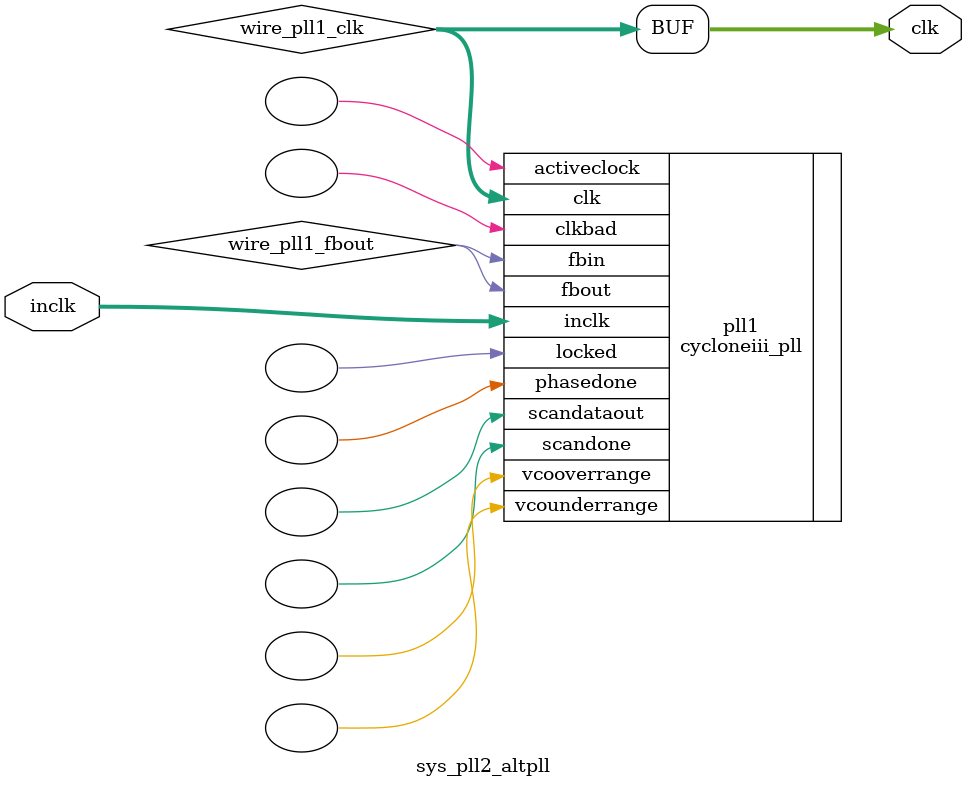
<source format=v>






//synthesis_resources = cycloneiii_pll 1 
//synopsys translate_off
`timescale 1 ps / 1 ps
//synopsys translate_on
module  sys_pll2_altpll
	( 
	clk,
	inclk) /* synthesis synthesis_clearbox=1 */;
	output   [4:0]  clk;
	input   [1:0]  inclk;
`ifndef ALTERA_RESERVED_QIS
// synopsys translate_off
`endif
	tri0   [1:0]  inclk;
`ifndef ALTERA_RESERVED_QIS
// synopsys translate_on
`endif

	wire  [4:0]   wire_pll1_clk;
	wire  wire_pll1_fbout;

	cycloneiii_pll   pll1
	( 
	.activeclock(),
	.clk(wire_pll1_clk),
	.clkbad(),
	.fbin(wire_pll1_fbout),
	.fbout(wire_pll1_fbout),
	.inclk(inclk),
	.locked(),
	.phasedone(),
	.scandataout(),
	.scandone(),
	.vcooverrange(),
	.vcounderrange()
	`ifndef FORMAL_VERIFICATION
	// synopsys translate_off
	`endif
	,
	.areset(1'b0),
	.clkswitch(1'b0),
	.configupdate(1'b0),
	.pfdena(1'b1),
	.phasecounterselect({3{1'b0}}),
	.phasestep(1'b0),
	.phaseupdown(1'b0),
	.scanclk(1'b0),
	.scanclkena(1'b1),
	.scandata(1'b0)
	`ifndef FORMAL_VERIFICATION
	// synopsys translate_on
	`endif
	);
	defparam
		pll1.bandwidth_type = "auto",
		pll1.clk0_divide_by = 1,
		pll1.clk0_duty_cycle = 50,
		pll1.clk0_multiply_by = 2,
		pll1.clk0_phase_shift = "833",
		pll1.compensate_clock = "clk0",
		pll1.inclk0_input_frequency = 20000,
		pll1.operation_mode = "normal",
		pll1.pll_type = "auto",
		pll1.lpm_type = "cycloneiii_pll";
	assign
		clk = {wire_pll1_clk[4:0]};
endmodule //sys_pll2_altpll
//VALID FILE

</source>
